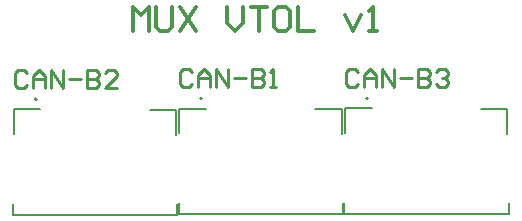
<source format=gto>
G04*
G04 #@! TF.GenerationSoftware,Altium Limited,Altium Designer,21.6.1 (37)*
G04*
G04 Layer_Color=65535*
%FSLAX44Y44*%
%MOMM*%
G71*
G04*
G04 #@! TF.SameCoordinates,6099692B-31FD-4E7E-9E57-43DE2360F6B8*
G04*
G04*
G04 #@! TF.FilePolarity,Positive*
G04*
G01*
G75*
%ADD10C,0.2000*%
%ADD11C,0.1270*%
%ADD12C,0.3000*%
%ADD13C,0.2540*%
D10*
X38000Y198500D02*
G03*
X38000Y198500I-1000J0D01*
G01*
X178000Y199000D02*
G03*
X178000Y199000I-1000J0D01*
G01*
X318500Y199250D02*
G03*
X318500Y199250I-1000J0D01*
G01*
D11*
X156000Y168500D02*
Y189500D01*
X133500D02*
X156000D01*
X18500Y169000D02*
Y190000D01*
X41000D01*
X18000Y100500D02*
Y110000D01*
X156500Y100500D02*
X157000Y101000D01*
Y110000D01*
X18000Y100500D02*
X156500D01*
X296000Y169000D02*
Y190000D01*
X273500D02*
X296000D01*
X158500Y169500D02*
Y190500D01*
X181000D01*
X158000Y101000D02*
Y110500D01*
X296500Y101000D02*
X297000Y101500D01*
Y110500D01*
X158000Y101000D02*
X296500D01*
X436500Y169250D02*
Y190250D01*
X414000D02*
X436500D01*
X299000Y169750D02*
Y190750D01*
X321500D01*
X298500Y101250D02*
Y110750D01*
X437000Y101250D02*
X437500Y101750D01*
Y110750D01*
X298500Y101250D02*
X437000D01*
D12*
X119244Y256500D02*
Y276494D01*
X125908Y269829D01*
X132573Y276494D01*
Y256500D01*
X139237Y276494D02*
Y259832D01*
X142569Y256500D01*
X149234D01*
X152566Y259832D01*
Y276494D01*
X159231D02*
X172560Y256500D01*
Y276494D02*
X159231Y256500D01*
X199218Y276494D02*
Y263165D01*
X205882Y256500D01*
X212547Y263165D01*
Y276494D01*
X219211D02*
X232540D01*
X225876D01*
Y256500D01*
X249202Y276494D02*
X242537D01*
X239205Y273161D01*
Y259832D01*
X242537Y256500D01*
X249202D01*
X252534Y259832D01*
Y273161D01*
X249202Y276494D01*
X259198D02*
Y256500D01*
X272528D01*
X299186Y269829D02*
X305850Y256500D01*
X312515Y269829D01*
X319179Y256500D02*
X325844D01*
X322511D01*
Y276494D01*
X319179Y273161D01*
D13*
X29715Y220694D02*
X27176Y223233D01*
X22097D01*
X19558Y220694D01*
Y210537D01*
X22097Y207998D01*
X27176D01*
X29715Y210537D01*
X34793Y207998D02*
Y218155D01*
X39871Y223233D01*
X44950Y218155D01*
Y207998D01*
Y215616D01*
X34793D01*
X50028Y207998D02*
Y223233D01*
X60185Y207998D01*
Y223233D01*
X65263Y215616D02*
X75420D01*
X80498Y223233D02*
Y207998D01*
X88116D01*
X90655Y210537D01*
Y213076D01*
X88116Y215616D01*
X80498D01*
X88116D01*
X90655Y218155D01*
Y220694D01*
X88116Y223233D01*
X80498D01*
X105890Y207998D02*
X95733D01*
X105890Y218155D01*
Y220694D01*
X103351Y223233D01*
X98272D01*
X95733Y220694D01*
X169669Y221202D02*
X167129Y223741D01*
X162051D01*
X159512Y221202D01*
Y211045D01*
X162051Y208506D01*
X167129D01*
X169669Y211045D01*
X174747Y208506D02*
Y218663D01*
X179825Y223741D01*
X184904Y218663D01*
Y208506D01*
Y216124D01*
X174747D01*
X189982Y208506D02*
Y223741D01*
X200139Y208506D01*
Y223741D01*
X205217Y216124D02*
X215374D01*
X220452Y223741D02*
Y208506D01*
X228070D01*
X230609Y211045D01*
Y213584D01*
X228070Y216124D01*
X220452D01*
X228070D01*
X230609Y218663D01*
Y221202D01*
X228070Y223741D01*
X220452D01*
X235687Y208506D02*
X240766D01*
X238227D01*
Y223741D01*
X235687Y221202D01*
X310131Y221456D02*
X307591Y223995D01*
X302513D01*
X299974Y221456D01*
Y211299D01*
X302513Y208760D01*
X307591D01*
X310131Y211299D01*
X315209Y208760D02*
Y218917D01*
X320287Y223995D01*
X325366Y218917D01*
Y208760D01*
Y216378D01*
X315209D01*
X330444Y208760D02*
Y223995D01*
X340601Y208760D01*
Y223995D01*
X345679Y216378D02*
X355836D01*
X360914Y223995D02*
Y208760D01*
X368532D01*
X371071Y211299D01*
Y213838D01*
X368532Y216378D01*
X360914D01*
X368532D01*
X371071Y218917D01*
Y221456D01*
X368532Y223995D01*
X360914D01*
X376149Y221456D02*
X378689Y223995D01*
X383767D01*
X386306Y221456D01*
Y218917D01*
X383767Y216378D01*
X381228D01*
X383767D01*
X386306Y213838D01*
Y211299D01*
X383767Y208760D01*
X378689D01*
X376149Y211299D01*
M02*

</source>
